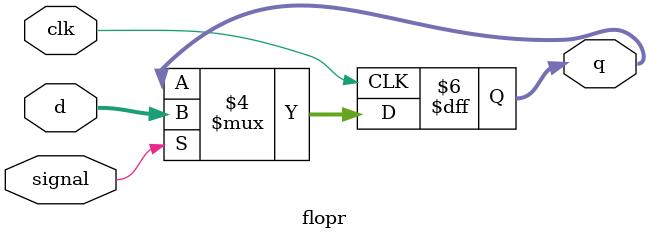
<source format=v>
module flopr(clk,d,q,signal);
  parameter sigwid=1,width=32; 
  input clk;
  input [width-1:0] d;
  output reg [width-1:0] q;
  input [sigwid-1:0]signal;
  initial
  begin
    q<=0;
  end
  
  always@(posedge clk)
  begin
      if(signal==1)
      q <=d;
  end
    
  endmodule
     
</source>
